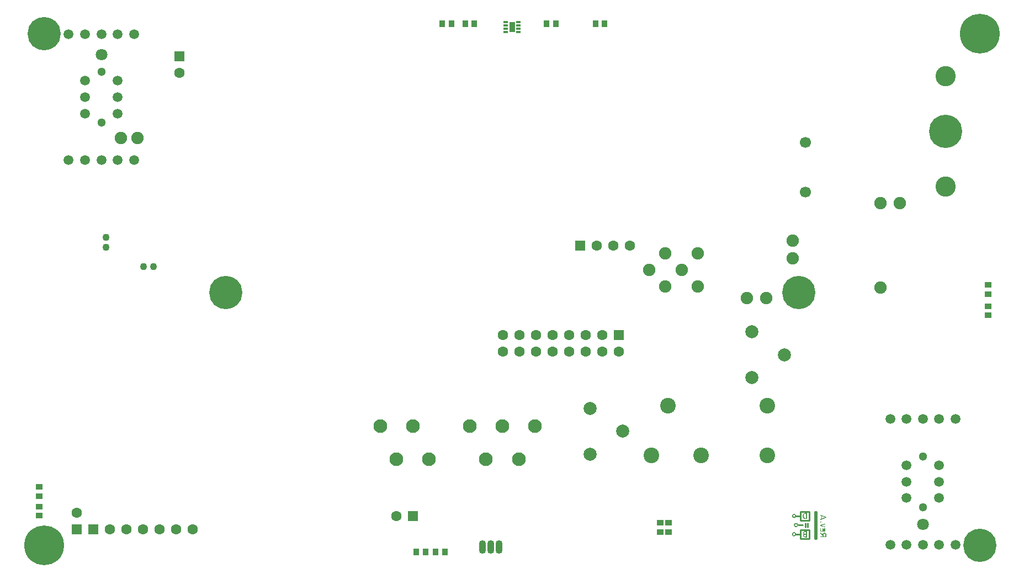
<source format=gbs>
G04*
G04 #@! TF.GenerationSoftware,Altium Limited,Altium Designer,18.1.7 (191)*
G04*
G04 Layer_Color=16711935*
%FSLAX44Y44*%
%MOMM*%
G71*
G01*
G75*
%ADD13C,0.2500*%
%ADD19C,0.2000*%
%ADD91R,0.9000X1.0000*%
%ADD125R,1.0000X0.9000*%
%ADD157C,1.5000*%
%ADD158C,1.3000*%
%ADD159C,1.8000*%
%ADD160C,1.6000*%
%ADD161R,1.6000X1.6000*%
%ADD162C,2.1000*%
%ADD163C,2.0000*%
%ADD164C,1.9000*%
%ADD165R,1.6000X1.6000*%
%ADD166C,1.7000*%
%ADD167C,2.4000*%
%ADD168O,1.1000X2.1000*%
%ADD169O,1.1000X2.1000*%
%ADD170C,3.1000*%
%ADD171C,5.1000*%
%ADD172C,6.1000*%
%ADD213C,1.1000*%
%ADD214R,0.6500X0.3000*%
%ADD215R,0.8500X1.6000*%
G36*
X1202500Y72756D02*
X1199949D01*
X1199657Y72767D01*
X1199376Y72808D01*
X1199105Y72860D01*
X1198855Y72923D01*
X1198616Y73006D01*
X1198397Y73100D01*
X1198189Y73204D01*
X1198001Y73308D01*
X1197834Y73402D01*
X1197689Y73506D01*
X1197553Y73600D01*
X1197449Y73683D01*
X1197366Y73746D01*
X1197303Y73808D01*
X1197262Y73840D01*
X1197251Y73850D01*
X1197012Y74121D01*
X1196804Y74402D01*
X1196616Y74714D01*
X1196460Y75027D01*
X1196335Y75349D01*
X1196220Y75683D01*
X1196127Y76006D01*
X1196054Y76308D01*
X1196002Y76610D01*
X1195960Y76880D01*
X1195929Y77130D01*
X1195908Y77339D01*
X1195898Y77432D01*
Y77516D01*
X1195887Y77589D01*
Y77651D01*
Y77703D01*
Y77734D01*
Y77755D01*
Y77765D01*
X1195898Y78161D01*
X1195950Y78536D01*
X1196012Y78890D01*
X1196095Y79213D01*
X1196199Y79525D01*
X1196314Y79807D01*
X1196439Y80057D01*
X1196564Y80286D01*
X1196689Y80494D01*
X1196814Y80671D01*
X1196928Y80827D01*
X1197033Y80952D01*
X1197116Y81056D01*
X1197178Y81129D01*
X1197231Y81171D01*
X1197241Y81181D01*
X1197460Y81369D01*
X1197689Y81525D01*
X1197918Y81671D01*
X1198147Y81785D01*
X1198376Y81889D01*
X1198605Y81973D01*
X1198824Y82046D01*
X1199032Y82098D01*
X1199230Y82150D01*
X1199407Y82181D01*
X1199563Y82202D01*
X1199699Y82212D01*
X1199813Y82223D01*
X1199896Y82233D01*
X1202500D01*
Y72756D01*
D02*
G37*
G36*
Y44756D02*
X1199261D01*
X1198980Y44767D01*
X1198720Y44788D01*
X1198480Y44829D01*
X1198251Y44871D01*
X1198043Y44933D01*
X1197845Y45006D01*
X1197668Y45090D01*
X1197501Y45183D01*
X1197345Y45287D01*
X1197199Y45392D01*
X1197074Y45506D01*
X1196960Y45621D01*
X1196845Y45746D01*
X1196751Y45871D01*
X1196595Y46121D01*
X1196470Y46371D01*
X1196366Y46620D01*
X1196304Y46850D01*
X1196262Y47058D01*
X1196231Y47235D01*
X1196220Y47308D01*
Y47370D01*
X1196210Y47422D01*
Y47454D01*
Y47474D01*
Y47485D01*
X1196220Y47766D01*
X1196252Y48016D01*
X1196304Y48256D01*
X1196377Y48464D01*
X1196460Y48662D01*
X1196543Y48828D01*
X1196637Y48984D01*
X1196741Y49120D01*
X1196835Y49234D01*
X1196939Y49328D01*
X1197022Y49411D01*
X1197105Y49474D01*
X1197178Y49526D01*
X1197231Y49557D01*
X1197262Y49578D01*
X1197272Y49588D01*
X1197105Y49734D01*
X1196960Y49880D01*
X1196835Y50036D01*
X1196731Y50203D01*
X1196637Y50359D01*
X1196564Y50526D01*
X1196501Y50682D01*
X1196449Y50838D01*
X1196418Y50984D01*
X1196387Y51109D01*
X1196366Y51234D01*
X1196345Y51338D01*
Y51421D01*
X1196335Y51484D01*
Y51526D01*
Y51536D01*
X1196345Y51755D01*
X1196366Y51973D01*
X1196408Y52171D01*
X1196460Y52359D01*
X1196522Y52525D01*
X1196585Y52692D01*
X1196658Y52838D01*
X1196731Y52973D01*
X1196814Y53088D01*
X1196887Y53192D01*
X1196949Y53285D01*
X1197012Y53358D01*
X1197064Y53421D01*
X1197105Y53463D01*
X1197126Y53483D01*
X1197137Y53494D01*
X1197303Y53629D01*
X1197470Y53744D01*
X1197657Y53837D01*
X1197834Y53931D01*
X1198022Y54004D01*
X1198209Y54056D01*
X1198397Y54108D01*
X1198564Y54150D01*
X1198730Y54181D01*
X1198886Y54202D01*
X1199022Y54223D01*
X1199147Y54233D01*
X1199240Y54243D01*
X1202500D01*
Y44756D01*
D02*
G37*
G36*
X1223135Y79366D02*
X1223229Y79356D01*
X1223291Y79335D01*
X1223302Y79324D01*
X1223312D01*
X1231602Y76107D01*
X1231685Y76075D01*
X1231758Y76023D01*
X1231873Y75909D01*
X1231956Y75784D01*
X1232008Y75648D01*
X1232050Y75523D01*
X1232060Y75419D01*
X1232070Y75378D01*
Y75315D01*
X1232060Y75211D01*
X1232050Y75107D01*
X1231987Y74940D01*
X1231904Y74805D01*
X1231810Y74701D01*
X1231706Y74617D01*
X1231623Y74565D01*
X1231560Y74534D01*
X1231550Y74524D01*
X1231539D01*
X1223302Y71452D01*
X1223208Y71431D01*
X1223125Y71420D01*
X1223062Y71410D01*
X1223052D01*
X1223042D01*
X1222937Y71420D01*
X1222844Y71441D01*
X1222760Y71472D01*
X1222698Y71514D01*
X1222635Y71556D01*
X1222594Y71587D01*
X1222573Y71608D01*
X1222562Y71618D01*
X1222500Y71701D01*
X1222458Y71795D01*
X1222417Y71878D01*
X1222396Y71951D01*
X1222385Y72024D01*
X1222375Y72076D01*
Y72129D01*
X1222396Y72295D01*
X1222448Y72431D01*
X1222510Y72535D01*
X1222594Y72618D01*
X1222677Y72691D01*
X1222739Y72733D01*
X1222792Y72753D01*
X1222812Y72764D01*
X1224114Y73264D01*
Y77512D01*
X1222729Y78075D01*
X1222615Y78137D01*
X1222521Y78210D01*
X1222458Y78314D01*
X1222417Y78408D01*
X1222396Y78502D01*
X1222385Y78585D01*
X1222375Y78637D01*
Y78658D01*
X1222385Y78762D01*
X1222406Y78856D01*
X1222438Y78939D01*
X1222469Y79012D01*
X1222500Y79075D01*
X1222531Y79116D01*
X1222552Y79148D01*
X1222562Y79158D01*
X1222635Y79231D01*
X1222719Y79283D01*
X1222792Y79324D01*
X1222875Y79345D01*
X1222937Y79366D01*
X1222990Y79377D01*
X1223031D01*
X1223042D01*
X1223135Y79366D01*
D02*
G37*
G36*
X1223489Y69088D02*
X1223594Y69056D01*
X1223698Y69015D01*
X1223781Y68973D01*
X1223854Y68931D01*
X1223906Y68890D01*
X1223937Y68858D01*
X1223948Y68848D01*
X1224031Y68754D01*
X1224093Y68650D01*
X1224135Y68546D01*
X1224166Y68463D01*
X1224187Y68379D01*
X1224197Y68317D01*
Y68254D01*
X1224187Y68130D01*
X1224156Y68015D01*
X1224114Y67911D01*
X1224072Y67828D01*
X1224031Y67755D01*
X1223989Y67702D01*
X1223958Y67671D01*
X1223948Y67661D01*
X1223854Y67588D01*
X1223760Y67526D01*
X1223656Y67484D01*
X1223562Y67463D01*
X1223489Y67442D01*
X1223427Y67432D01*
X1223375D01*
X1223364D01*
X1223239Y67442D01*
X1223125Y67463D01*
X1223021Y67505D01*
X1222937Y67546D01*
X1222865Y67588D01*
X1222812Y67630D01*
X1222781Y67650D01*
X1222771Y67661D01*
X1222698Y67755D01*
X1222635Y67859D01*
X1222594Y67952D01*
X1222573Y68046D01*
X1222552Y68130D01*
X1222542Y68192D01*
Y68254D01*
X1222552Y68379D01*
X1222573Y68494D01*
X1222615Y68598D01*
X1222656Y68681D01*
X1222698Y68754D01*
X1222739Y68806D01*
X1222760Y68838D01*
X1222771Y68848D01*
X1222865Y68931D01*
X1222969Y68994D01*
X1223062Y69036D01*
X1223156Y69067D01*
X1223239Y69088D01*
X1223302Y69098D01*
X1223354D01*
X1223364D01*
X1223489Y69088D01*
D02*
G37*
G36*
X1229706Y65661D02*
X1229800Y65641D01*
X1229894Y65599D01*
X1229967Y65557D01*
X1230019Y65516D01*
X1230061Y65474D01*
X1230092Y65453D01*
X1230102Y65443D01*
X1230175Y65359D01*
X1230227Y65266D01*
X1230258Y65182D01*
X1230290Y65109D01*
X1230300Y65037D01*
X1230311Y64984D01*
Y64943D01*
X1230300Y64859D01*
X1230290Y64776D01*
X1230227Y64641D01*
X1230154Y64526D01*
X1230061Y64443D01*
X1229967Y64391D01*
X1229883Y64349D01*
X1229821Y64328D01*
X1229811Y64318D01*
X1229800D01*
X1224614Y62995D01*
X1229915Y61444D01*
X1230050Y61392D01*
X1230144Y61308D01*
X1230217Y61215D01*
X1230258Y61110D01*
X1230290Y61006D01*
X1230300Y60933D01*
X1230311Y60871D01*
Y60850D01*
X1230300Y60756D01*
X1230279Y60663D01*
X1230248Y60579D01*
X1230217Y60506D01*
X1230175Y60454D01*
X1230144Y60413D01*
X1230123Y60381D01*
X1230113Y60371D01*
X1230040Y60298D01*
X1229956Y60246D01*
X1229873Y60215D01*
X1229800Y60194D01*
X1229738Y60173D01*
X1229686Y60163D01*
X1229644D01*
X1229634D01*
X1229540Y60173D01*
X1229456Y60184D01*
X1229405Y60194D01*
X1229394D01*
X1229384D01*
X1222729Y62298D01*
X1222667Y62319D01*
X1222604Y62360D01*
X1222521Y62454D01*
X1222458Y62568D01*
X1222406Y62693D01*
X1222385Y62818D01*
X1222375Y62923D01*
X1222365Y62964D01*
Y63131D01*
X1222385Y63225D01*
X1222406Y63318D01*
X1222427Y63401D01*
X1222490Y63527D01*
X1222573Y63631D01*
X1222646Y63693D01*
X1222708Y63735D01*
X1222750Y63756D01*
X1222771Y63766D01*
X1229415Y65641D01*
X1229488Y65661D01*
X1229540Y65672D01*
X1229582D01*
X1229602D01*
X1229706Y65661D01*
D02*
G37*
G36*
X1229727Y58767D02*
X1229831Y58747D01*
X1229925Y58715D01*
X1230008Y58663D01*
X1230071Y58611D01*
X1230134Y58559D01*
X1230217Y58424D01*
X1230258Y58299D01*
X1230290Y58184D01*
X1230300Y58132D01*
Y53498D01*
X1222500D01*
Y58070D01*
X1222510Y58194D01*
X1222531Y58299D01*
X1222562Y58403D01*
X1222615Y58476D01*
X1222667Y58549D01*
X1222719Y58601D01*
X1222854Y58694D01*
X1222979Y58736D01*
X1223094Y58767D01*
X1223135Y58778D01*
X1223167D01*
X1223187D01*
X1223198D01*
X1223323Y58767D01*
X1223427Y58747D01*
X1223521Y58715D01*
X1223604Y58663D01*
X1223666Y58611D01*
X1223729Y58559D01*
X1223812Y58424D01*
X1223854Y58299D01*
X1223885Y58184D01*
X1223895Y58132D01*
Y54852D01*
X1226093D01*
Y57872D01*
X1226103Y57997D01*
X1226124Y58101D01*
X1226155Y58194D01*
X1226207Y58267D01*
X1226259Y58340D01*
X1226311Y58392D01*
X1226447Y58476D01*
X1226572Y58528D01*
X1226686Y58549D01*
X1226728Y58559D01*
X1226759D01*
X1226780D01*
X1226791D01*
X1226916Y58549D01*
X1227020Y58528D01*
X1227113Y58496D01*
X1227197Y58455D01*
X1227259Y58403D01*
X1227322Y58340D01*
X1227405Y58215D01*
X1227447Y58090D01*
X1227478Y57976D01*
X1227488Y57934D01*
Y54852D01*
X1228915D01*
Y58070D01*
X1228925Y58194D01*
X1228946Y58299D01*
X1228978Y58403D01*
X1229019Y58476D01*
X1229071Y58549D01*
X1229134Y58601D01*
X1229259Y58694D01*
X1229384Y58736D01*
X1229498Y58767D01*
X1229540Y58778D01*
X1229571D01*
X1229592D01*
X1229602D01*
X1229727Y58767D01*
D02*
G37*
G36*
X1229384Y51832D02*
X1229602Y51811D01*
X1229811Y51759D01*
X1230008Y51707D01*
X1230196Y51644D01*
X1230363Y51571D01*
X1230519Y51498D01*
X1230665Y51415D01*
X1230789Y51332D01*
X1230904Y51259D01*
X1230998Y51186D01*
X1231081Y51123D01*
X1231144Y51071D01*
X1231185Y51030D01*
X1231217Y50999D01*
X1231227Y50988D01*
X1231362Y50832D01*
X1231466Y50676D01*
X1231571Y50509D01*
X1231654Y50342D01*
X1231727Y50186D01*
X1231789Y50019D01*
X1231831Y49863D01*
X1231873Y49717D01*
X1231904Y49582D01*
X1231925Y49457D01*
X1231945Y49343D01*
X1231956Y49239D01*
X1231966Y49166D01*
Y45000D01*
X1223114D01*
X1222990Y45010D01*
X1222875Y45031D01*
X1222781Y45062D01*
X1222698Y45104D01*
X1222625Y45156D01*
X1222573Y45219D01*
X1222521Y45281D01*
X1222490Y45344D01*
X1222438Y45469D01*
X1222406Y45583D01*
X1222396Y45625D01*
Y45687D01*
X1222406Y45812D01*
X1222427Y45916D01*
X1222458Y46021D01*
X1222510Y46094D01*
X1222562Y46166D01*
X1222625Y46218D01*
X1222750Y46312D01*
X1222885Y46354D01*
X1222990Y46385D01*
X1223042Y46396D01*
X1223073D01*
X1223094D01*
X1223104D01*
X1226436D01*
Y47958D01*
X1222708Y50582D01*
X1222604Y50665D01*
X1222531Y50759D01*
X1222469Y50842D01*
X1222438Y50936D01*
X1222417Y51009D01*
X1222406Y51071D01*
X1222396Y51113D01*
Y51123D01*
X1222406Y51228D01*
X1222427Y51321D01*
X1222458Y51405D01*
X1222500Y51477D01*
X1222542Y51540D01*
X1222573Y51582D01*
X1222594Y51613D01*
X1222604Y51623D01*
X1222687Y51696D01*
X1222771Y51748D01*
X1222854Y51790D01*
X1222937Y51811D01*
X1223000Y51832D01*
X1223052Y51842D01*
X1223094D01*
X1223104D01*
X1223187Y51832D01*
X1223260Y51821D01*
X1223396Y51769D01*
X1223448Y51738D01*
X1223489Y51717D01*
X1223521Y51707D01*
X1223531Y51696D01*
X1226436Y49551D01*
Y49541D01*
X1226447Y49665D01*
X1226457Y49780D01*
X1226509Y49988D01*
X1226582Y50176D01*
X1226666Y50342D01*
X1226749Y50467D01*
X1226822Y50561D01*
X1226874Y50613D01*
X1226895Y50634D01*
X1227051Y50842D01*
X1227217Y51030D01*
X1227395Y51196D01*
X1227572Y51332D01*
X1227759Y51446D01*
X1227946Y51550D01*
X1228134Y51623D01*
X1228311Y51696D01*
X1228478Y51738D01*
X1228634Y51779D01*
X1228780Y51800D01*
X1228905Y51821D01*
X1229009Y51832D01*
X1229082Y51842D01*
X1229123D01*
X1229144D01*
X1229384Y51832D01*
D02*
G37*
%LPC*%
G36*
X1201115Y80806D02*
X1199959D01*
X1199771Y80796D01*
X1199584Y80775D01*
X1199407Y80744D01*
X1199240Y80692D01*
X1199084Y80640D01*
X1198938Y80577D01*
X1198803Y80515D01*
X1198678Y80452D01*
X1198564Y80379D01*
X1198459Y80317D01*
X1198376Y80254D01*
X1198303Y80202D01*
X1198241Y80150D01*
X1198199Y80119D01*
X1198178Y80098D01*
X1198168Y80088D01*
X1198011Y79921D01*
X1197876Y79744D01*
X1197751Y79567D01*
X1197647Y79369D01*
X1197564Y79182D01*
X1197491Y78984D01*
X1197428Y78797D01*
X1197387Y78619D01*
X1197345Y78442D01*
X1197324Y78276D01*
X1197303Y78140D01*
X1197283Y78015D01*
Y77911D01*
X1197272Y77828D01*
Y77786D01*
Y77765D01*
X1197283Y77432D01*
X1197314Y77109D01*
X1197355Y76807D01*
X1197418Y76526D01*
X1197491Y76266D01*
X1197564Y76026D01*
X1197647Y75797D01*
X1197730Y75599D01*
X1197824Y75422D01*
X1197907Y75266D01*
X1197980Y75131D01*
X1198053Y75016D01*
X1198116Y74933D01*
X1198157Y74870D01*
X1198189Y74829D01*
X1198199Y74818D01*
X1198334Y74704D01*
X1198470Y74610D01*
X1198616Y74516D01*
X1198761Y74443D01*
X1198918Y74381D01*
X1199063Y74329D01*
X1199334Y74256D01*
X1199459Y74225D01*
X1199574Y74204D01*
X1199678Y74194D01*
X1199771Y74183D01*
X1199844Y74173D01*
X1201115D01*
Y80806D01*
D02*
G37*
G36*
Y52827D02*
X1199376D01*
X1199095Y52817D01*
X1198855Y52775D01*
X1198647Y52723D01*
X1198470Y52661D01*
X1198334Y52598D01*
X1198241Y52546D01*
X1198178Y52504D01*
X1198157Y52494D01*
X1198011Y52359D01*
X1197907Y52202D01*
X1197824Y52046D01*
X1197772Y51900D01*
X1197741Y51755D01*
X1197730Y51650D01*
X1197720Y51609D01*
Y51578D01*
Y51557D01*
Y51546D01*
X1197741Y51328D01*
X1197782Y51140D01*
X1197855Y50974D01*
X1197960Y50828D01*
X1198074Y50713D01*
X1198199Y50609D01*
X1198334Y50526D01*
X1198480Y50463D01*
X1198626Y50411D01*
X1198761Y50370D01*
X1198886Y50349D01*
X1199001Y50328D01*
X1199095Y50318D01*
X1199178Y50307D01*
X1201115D01*
Y52827D01*
D02*
G37*
G36*
Y48891D02*
X1199324D01*
X1199022Y48880D01*
X1198751Y48828D01*
X1198522Y48766D01*
X1198324Y48672D01*
X1198157Y48568D01*
X1198011Y48453D01*
X1197907Y48328D01*
X1197814Y48193D01*
X1197741Y48068D01*
X1197689Y47933D01*
X1197647Y47818D01*
X1197626Y47714D01*
X1197605Y47620D01*
X1197595Y47558D01*
Y47516D01*
Y47495D01*
X1197616Y47266D01*
X1197668Y47058D01*
X1197751Y46881D01*
X1197855Y46735D01*
X1197980Y46600D01*
X1198126Y46495D01*
X1198272Y46412D01*
X1198428Y46339D01*
X1198584Y46287D01*
X1198730Y46246D01*
X1198876Y46214D01*
X1199001Y46193D01*
X1199105Y46183D01*
X1199188Y46173D01*
X1201115D01*
Y48891D01*
D02*
G37*
G36*
X1225530Y77023D02*
Y73732D01*
X1229988Y75315D01*
X1225530Y77023D01*
D02*
G37*
G36*
X1229217Y50457D02*
X1229186D01*
X1229165D01*
X1229155D01*
X1228905Y50436D01*
X1228696Y50394D01*
X1228509Y50332D01*
X1228363Y50259D01*
X1228249Y50186D01*
X1228165Y50124D01*
X1228113Y50082D01*
X1228092Y50061D01*
X1228009Y49957D01*
X1227957Y49863D01*
X1227915Y49780D01*
X1227884Y49697D01*
X1227863Y49634D01*
X1227853Y49582D01*
Y46396D01*
X1230571D01*
Y49051D01*
X1230550Y49259D01*
X1230508Y49457D01*
X1230446Y49634D01*
X1230373Y49790D01*
X1230300Y49915D01*
X1230238Y50009D01*
X1230196Y50072D01*
X1230175Y50092D01*
X1230029Y50217D01*
X1229863Y50301D01*
X1229696Y50363D01*
X1229529Y50415D01*
X1229384Y50436D01*
X1229259Y50447D01*
X1229217Y50457D01*
D02*
G37*
%LPD*%
D13*
X1199500Y60500D02*
Y66500D01*
X1203500Y60500D02*
Y66500D01*
X1185500Y77500D02*
X1192500D01*
X1192500Y70500D02*
X1205500D01*
Y84500D01*
X1192500D02*
X1205500D01*
X1192500Y70500D02*
Y84500D01*
X1188500Y63500D02*
X1195500D01*
X1192500Y42500D02*
Y56500D01*
X1205500D01*
Y42500D02*
Y56500D01*
X1192500Y42500D02*
X1205500D01*
X1185500Y49500D02*
X1192500D01*
X1214500Y84500D02*
X1216500D01*
X1214500Y42500D02*
Y84500D01*
X1216500Y42500D02*
Y84500D01*
X1214500Y42500D02*
X1216500D01*
D19*
X1185000Y77500D02*
G03*
X1185000Y77500I-2500J0D01*
G01*
X1188000Y63500D02*
G03*
X1188000Y63500I-2500J0D01*
G01*
X1185000Y49500D02*
G03*
X1185000Y49500I-2500J0D01*
G01*
D91*
X643002Y832500D02*
D03*
X657002D02*
D03*
X678002D02*
D03*
X692002D02*
D03*
X816998Y832500D02*
D03*
X802998D02*
D03*
X633002Y22500D02*
D03*
X647002D02*
D03*
X603002Y22500D02*
D03*
X617002D02*
D03*
X878002Y832500D02*
D03*
X892002D02*
D03*
D125*
X25000Y78002D02*
D03*
Y92002D02*
D03*
X25000Y108002D02*
D03*
Y122002D02*
D03*
X1480000Y399498D02*
D03*
Y385498D02*
D03*
X1480000Y431998D02*
D03*
Y417998D02*
D03*
X990000Y52998D02*
D03*
Y66998D02*
D03*
X977500Y52998D02*
D03*
Y66998D02*
D03*
D157*
X1355000Y155000D02*
D03*
Y130000D02*
D03*
Y105000D02*
D03*
X1405000Y155000D02*
D03*
Y130000D02*
D03*
Y105000D02*
D03*
X1380000Y33500D02*
D03*
Y226500D02*
D03*
X1405000Y33500D02*
D03*
X1430000D02*
D03*
Y226500D02*
D03*
X1405000D02*
D03*
X1355000D02*
D03*
X1330000D02*
D03*
Y33500D02*
D03*
X1355000D02*
D03*
X145000Y816500D02*
D03*
X170000D02*
D03*
Y623500D02*
D03*
X145000D02*
D03*
X95000D02*
D03*
X70000D02*
D03*
Y816500D02*
D03*
X95000D02*
D03*
X120000Y623500D02*
D03*
Y816500D02*
D03*
X95000Y745000D02*
D03*
Y720000D02*
D03*
Y695000D02*
D03*
X145000Y745000D02*
D03*
Y720000D02*
D03*
Y695000D02*
D03*
D158*
X1380000Y91000D02*
D03*
Y169000D02*
D03*
X120000Y681000D02*
D03*
Y759000D02*
D03*
D159*
X1380000Y65000D02*
D03*
X120000Y785000D02*
D03*
D160*
X736100Y355200D02*
D03*
Y329800D02*
D03*
X761500D02*
D03*
Y355200D02*
D03*
X786900Y329800D02*
D03*
Y355200D02*
D03*
X812300Y329800D02*
D03*
Y355200D02*
D03*
X837700Y329800D02*
D03*
Y355200D02*
D03*
X863100Y329800D02*
D03*
Y355200D02*
D03*
X888500Y329800D02*
D03*
Y355200D02*
D03*
X913900Y329800D02*
D03*
X133200Y57000D02*
D03*
X158600D02*
D03*
X184000D02*
D03*
X209400D02*
D03*
X234800D02*
D03*
X260200D02*
D03*
X82400Y82400D02*
D03*
X240000Y757300D02*
D03*
X879800Y492500D02*
D03*
X905200D02*
D03*
X930600D02*
D03*
X572300Y77500D02*
D03*
D161*
X913900Y355200D02*
D03*
X107800Y57000D02*
D03*
X854400Y492500D02*
D03*
X597700Y77500D02*
D03*
D162*
X622646Y164792D02*
D03*
X597500Y215000D02*
D03*
X572608Y164792D02*
D03*
X547716Y215000D02*
D03*
X784892Y215104D02*
D03*
X685108D02*
D03*
X710000Y164896D02*
D03*
X734892Y215104D02*
D03*
X760038Y164896D02*
D03*
D163*
X870000Y242500D02*
D03*
X920000Y207500D02*
D03*
X870000Y172500D02*
D03*
X1117500Y290000D02*
D03*
X1167500Y325000D02*
D03*
X1117500Y360000D02*
D03*
D164*
X1180000Y472500D02*
D03*
Y500000D02*
D03*
X1140000Y412000D02*
D03*
X1110000D02*
D03*
X175400Y657500D02*
D03*
X150000D02*
D03*
X1010000Y455000D02*
D03*
X1035000Y430000D02*
D03*
X985000D02*
D03*
Y480000D02*
D03*
X1035000D02*
D03*
X960000Y455000D02*
D03*
X1345000Y557500D02*
D03*
X1315000D02*
D03*
Y427500D02*
D03*
D165*
X82400Y57000D02*
D03*
X240000Y782700D02*
D03*
D166*
X1200000Y650500D02*
D03*
Y574500D02*
D03*
D167*
X1141400Y170150D02*
D03*
X1039800D02*
D03*
X963600D02*
D03*
X989000Y246350D02*
D03*
X1141400D02*
D03*
D168*
X730200Y30000D02*
D03*
X704800D02*
D03*
D169*
X717500D02*
D03*
D170*
X1415000Y583000D02*
D03*
Y752000D02*
D03*
D171*
Y667500D02*
D03*
X310710Y420000D02*
D03*
X1190000D02*
D03*
X1467500Y32500D02*
D03*
X32500Y817500D02*
D03*
D172*
Y32500D02*
D03*
X1467500Y817500D02*
D03*
D213*
X127500Y490000D02*
D03*
Y505000D02*
D03*
X200000Y460000D02*
D03*
X185000D02*
D03*
D214*
X740000Y835000D02*
D03*
Y830000D02*
D03*
Y825000D02*
D03*
Y820000D02*
D03*
X760000D02*
D03*
Y825000D02*
D03*
Y830000D02*
D03*
Y835000D02*
D03*
D215*
X750000Y827500D02*
D03*
M02*

</source>
